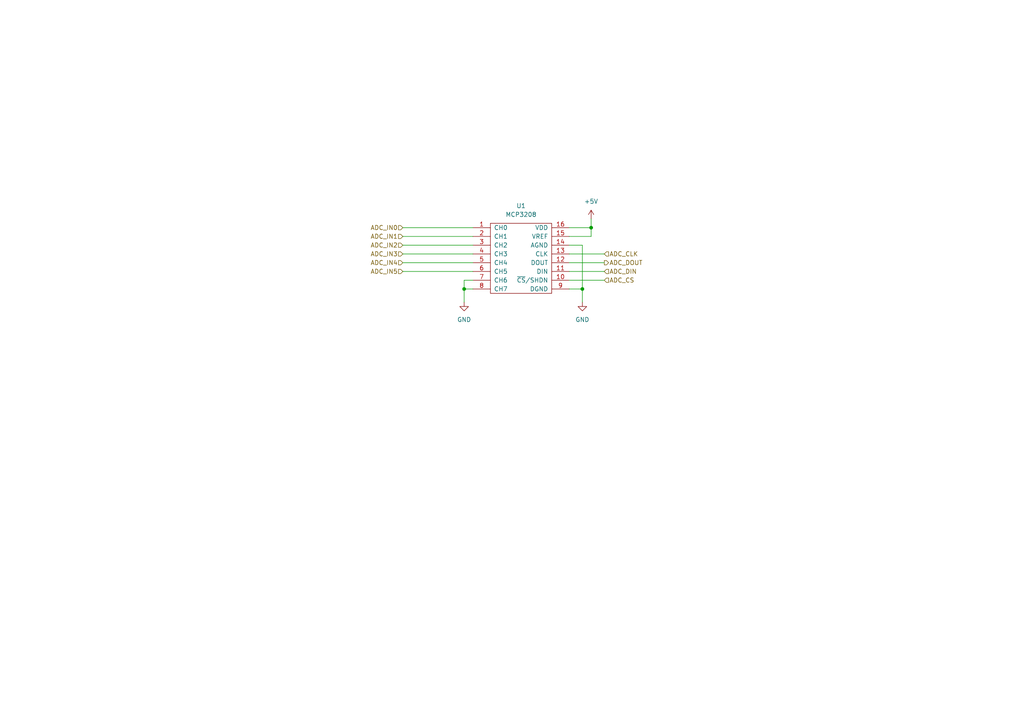
<source format=kicad_sch>
(kicad_sch (version 20211123) (generator eeschema)
  (paper "A4")
  (lib_symbols
    (symbol "adc:MCP3208" (pin_names (offset 1.016))
      (property "Reference" "U" (at -7.62 11.43 0))
      (property "Value" "MCP3208" (at 0 -12.065 0))
      (property "Manufacturer" "Microchip Technology / Atmel " (at 0 34.925 0))
      (symbol "MCP3208_0_1"
        (rectangle (start -8.89 10.16) (end 8.89 -10.16))
      )
      (symbol "MCP3208_1_1"
        (pin input line (at -13.97 8.89 0) (length 5.08) (name "CH0") (number "1"))
        (pin input line (at 13.97 -6.35 180) (length 5.08) (name "~{CS}/SHDN") (number "10"))
        (pin input line (at 13.97 -3.81 180) (length 5.08) (name "DIN") (number "11"))
        (pin output line (at 13.97 -1.27 180) (length 5.08) (name "DOUT") (number "12"))
        (pin input line (at 13.97 1.27 180) (length 5.08) (name "CLK") (number "13"))
        (pin power_in line (at 13.97 3.81 180) (length 5.08) (name "AGND") (number "14"))
        (pin input line (at 13.97 6.35 180) (length 5.08) (name "VREF") (number "15"))
        (pin power_in line (at 13.97 8.89 180) (length 5.08) (name "VDD") (number "16"))
        (pin input line (at -13.97 6.35 0) (length 5.08) (name "CH1") (number "2"))
        (pin input line (at -13.97 3.81 0) (length 5.08) (name "CH2") (number "3"))
        (pin input line (at -13.97 1.27 0) (length 5.08) (name "CH3") (number "4"))
        (pin input line (at -13.97 -1.27 0) (length 5.08) (name "CH4") (number "5"))
        (pin input line (at -13.97 -3.81 0) (length 5.08) (name "CH5") (number "6"))
        (pin input line (at -13.97 -6.35 0) (length 5.08) (name "CH6") (number "7"))
        (pin input line (at -13.97 -8.89 0) (length 5.08) (name "CH7") (number "8"))
        (pin power_in line (at 13.97 -8.89 180) (length 5.08) (name "DGND") (number "9"))
      )
    )
    (symbol "power:+5V" (power) (pin_names (offset 0))
      (property "Value" "+5V" (at 0 3.556 0))
      (symbol "+5V_0_1"
        (polyline (pts (xy -0.762 1.27) (xy 0 2.54)))
        (polyline (pts (xy 0 0) (xy 0 2.54)))
        (polyline (pts (xy 0 2.54) (xy 0.762 1.27)))
      )
      (symbol "+5V_1_1"
        (pin power_in line (at 0 0 90) (length 0) hide (name "+5V") (number "1"))
      )
    )
    (symbol "power:GND" (power) (pin_names (offset 0))
      (property "Value" "GND" (at 0 -3.81 0))
      (symbol "GND_0_1"
        (polyline (pts (xy 0 0) (xy 0 -1.27) (xy 1.27 -1.27) (xy 0 -2.54) (xy -1.27 -1.27) (xy 0 -1.27)))
      )
      (symbol "GND_1_1"
        (pin power_in line (at 0 0 270) (length 0) hide (name "GND") (number "1"))
      )
    )
  )
  (junction (at 168.91 83.82))
  (junction (at 171.45 66.04))
  (junction (at 134.62 83.82))
  (wire (pts (xy 165.1 76.2) (xy 175.26 76.2)))
  (wire (pts (xy 171.45 63.5) (xy 171.45 66.04)))
  (wire (pts (xy 165.1 68.58) (xy 171.45 68.58)))
  (wire (pts (xy 168.91 71.12) (xy 168.91 83.82)))
  (wire (pts (xy 116.84 71.12) (xy 137.16 71.12)))
  (wire (pts (xy 116.84 66.04) (xy 137.16 66.04)))
  (wire (pts (xy 137.16 81.28) (xy 134.62 81.28)))
  (wire (pts (xy 134.62 81.28) (xy 134.62 83.82)))
  (wire (pts (xy 165.1 71.12) (xy 168.91 71.12)))
  (wire (pts (xy 168.91 87.63) (xy 168.91 83.82)))
  (wire (pts (xy 165.1 73.66) (xy 175.26 73.66)))
  (wire (pts (xy 168.91 83.82) (xy 165.1 83.82)))
  (wire (pts (xy 116.84 78.74) (xy 137.16 78.74)))
  (wire (pts (xy 134.62 83.82) (xy 134.62 87.63)))
  (wire (pts (xy 165.1 78.74) (xy 175.26 78.74)))
  (wire (pts (xy 165.1 81.28) (xy 175.26 81.28)))
  (wire (pts (xy 165.1 66.04) (xy 171.45 66.04)))
  (wire (pts (xy 171.45 68.58) (xy 171.45 66.04)))
  (wire (pts (xy 116.84 68.58) (xy 137.16 68.58)))
  (wire (pts (xy 134.62 83.82) (xy 137.16 83.82)))
  (wire (pts (xy 116.84 73.66) (xy 137.16 73.66)))
  (wire (pts (xy 116.84 76.2) (xy 137.16 76.2)))
  (hierarchical_label "ADC_IN0" (shape input) (at 116.84 66.04 180))
  (hierarchical_label "ADC_DOUT" (shape output) (at 175.26 76.2 0))
  (hierarchical_label "ADC_CS" (shape input) (at 175.26 81.28 0))
  (hierarchical_label "ADC_IN2" (shape input) (at 116.84 71.12 180))
  (hierarchical_label "ADC_DIN" (shape input) (at 175.26 78.74 0))
  (hierarchical_label "ADC_IN4" (shape input) (at 116.84 76.2 180))
  (hierarchical_label "ADC_IN5" (shape input) (at 116.84 78.74 180))
  (hierarchical_label "ADC_CLK" (shape input) (at 175.26 73.66 0))
  (hierarchical_label "ADC_IN3" (shape input) (at 116.84 73.66 180))
  (hierarchical_label "ADC_IN1" (shape input) (at 116.84 68.58 180))
  (symbol (lib_id "power:GND") (at 168.91 87.63 0) (unit 1)
    (property "Reference" "#PWR062" (effects hide))
    (property "Value" "GND" (at 168.91 92.71 0))
  )
  (symbol (lib_id "adc:MCP3208") (at 151.13 74.93 0) (unit 1)
    (property "Reference" "U1" (at 151.13 59.69 0))
    (property "Value" "MCP3208" (at 151.13 62.23 0))
    (property "Footprint" "adc:SOIC-16" (effects hide))
    (property "Datasheet" "https://www.mouser.com/datasheet/2/268/21298e-1101808.pdf" (effects hide))
    (property "Manufacturer" "Microchip Technology / Atmel " (effects hide))
    (property "Part Number" "MCP3208-CI/SL" (effects hide))
    (property "IPN" "ADC-003-000" (effects hide))
  )
  (symbol (lib_id "power:GND") (at 134.62 87.63 0) (unit 1)
    (property "Reference" "#PWR059" (effects hide))
    (property "Value" "GND" (at 134.62 92.71 0))
  )
  (symbol (lib_id "power:+5V") (at 171.45 63.5 0) (unit 1)
    (property "Reference" "#PWR06" (effects hide))
    (property "Value" "+5V" (at 171.45 58.42 0))
  )
)
</source>
